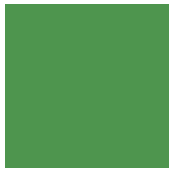
<source format=gtp>
G04 Layer: TopPasteMaskLayer*
G04 EasyEDA v6.5.47, 2024-09-27 14:37:58*
G04 50ea7e365bea4ea1a0dfe67087e7319b,c4deba93543447318b7234f01b5a2252,10*
G04 Gerber Generator version 0.2*
G04 Scale: 100 percent, Rotated: No, Reflected: No *
G04 Dimensions in millimeters *
G04 leading zeros omitted , absolute positions ,4 integer and 5 decimal *
%FSLAX45Y45*%
%MOMM*%

%ADD10R,14.0000X14.0000*%

%LPD*%
D10*
G01*
X8089900Y2159000D03*
M02*

</source>
